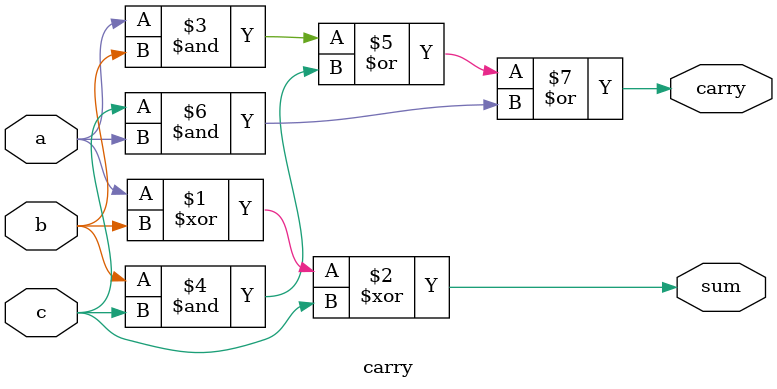
<source format=v>
module carry( carry, sum, a, b, c);
input a,b,c;
output carry, sum;
assign sum=a^b^c;
assign carry= (a&b)|(b&c)|(c&a);
endmodule
</source>
